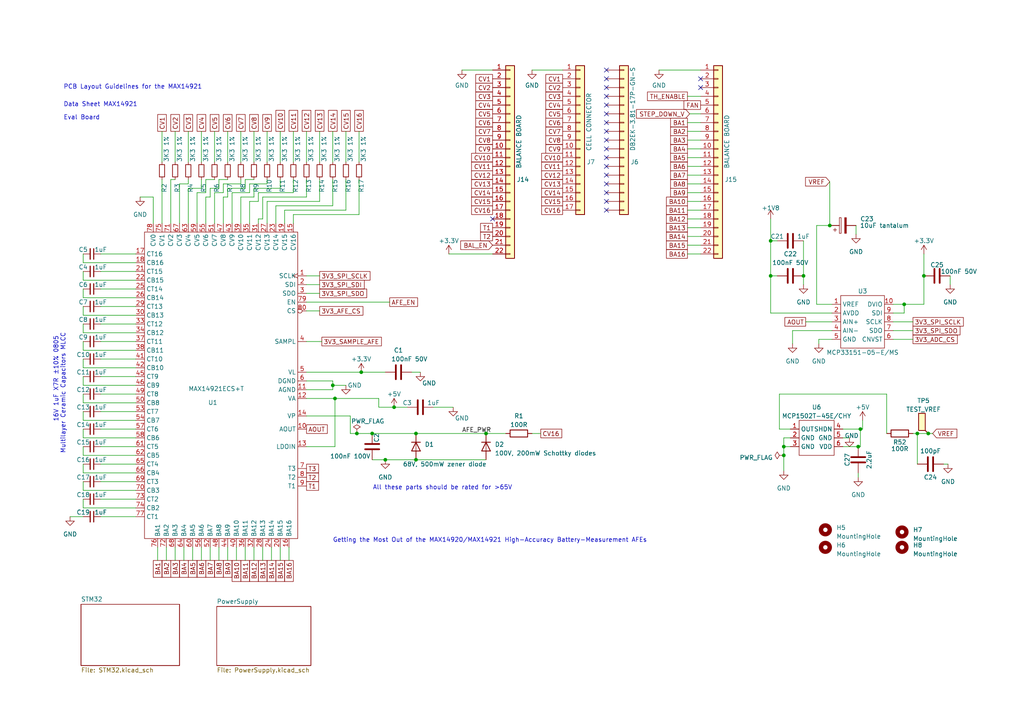
<source format=kicad_sch>
(kicad_sch (version 20230121) (generator eeschema)
  (paper "A4")
  (junction (at 104.775 107.95))
  (junction (at 227.33 129.54))
  (junction (at 223.52 69.85))
  (junction (at 120.65 133.35))
  (junction (at 249.555 124.46))
  (junction (at 240.665 65.405))
  (junction (at 97.155 115.57))
  (junction (at 266.065 125.73))
  (junction (at 103.505 125.73))
  (junction (at 248.92 129.54))
  (junction (at 140.97 125.73))
  (junction (at 267.97 80.01))
  (junction (at 107.95 125.73))
  (junction (at 111.76 133.35))
  (junction (at 233.045 80.01))
  (junction (at 227.33 132.08))
  (junction (at 262.255 88.265))
  (junction (at 114.3 118.11))
  (junction (at 223.52 80.01))
  (junction (at 120.65 125.73))
  (junction (at 269.24 125.73))
  (junction (at 96.52 111.76))
  (no_connect (at 175.895 30.48))
  (no_connect (at 203.2 25.4))
  (no_connect (at 175.895 33.02))
  (no_connect (at 175.895 50.8))
  (no_connect (at 175.895 40.64))
  (no_connect (at 175.895 53.34))
  (no_connect (at 175.895 35.56))
  (no_connect (at 175.895 55.88))
  (no_connect (at 175.895 58.42))
  (no_connect (at 175.895 27.94))
  (no_connect (at 175.895 20.32))
  (no_connect (at 175.895 60.96))
  (no_connect (at 175.895 25.4))
  (no_connect (at 175.895 22.86))
  (no_connect (at 142.875 63.5))
  (no_connect (at 203.2 22.86))
  (no_connect (at 175.895 48.26))
  (no_connect (at 175.895 45.72))
  (no_connect (at 175.895 38.1))
  (no_connect (at 175.895 43.18))
  (wire (pts (xy 223.52 90.805) (xy 241.3 90.805)))
  (wire (pts (xy 88.9 107.95) (xy 104.775 107.95)))
  (wire (pts (xy 76.2 158.75) (xy 76.2 162.56)))
  (wire (pts (xy 48.26 158.75) (xy 48.26 162.56)))
  (wire (pts (xy 24.13 144.78) (xy 24.13 147.32)))
  (wire (pts (xy 248.92 137.16) (xy 248.92 138.43)))
  (wire (pts (xy 267.97 73.66) (xy 267.97 80.01)))
  (wire (pts (xy 29.21 73.66) (xy 39.37 73.66)))
  (wire (pts (xy 203.2 40.64) (xy 199.39 40.64)))
  (wire (pts (xy 29.21 93.98) (xy 39.37 93.98)))
  (wire (pts (xy 64.77 57.15) (xy 66.04 57.15)))
  (wire (pts (xy 227.33 129.54) (xy 227.33 127)))
  (wire (pts (xy 66.04 54.61) (xy 71.12 54.61)))
  (wire (pts (xy 200.025 33.02) (xy 203.2 33.02)))
  (wire (pts (xy 203.2 73.66) (xy 199.39 73.66)))
  (wire (pts (xy 74.93 64.77) (xy 74.93 63.5)))
  (wire (pts (xy 241.3 98.425) (xy 237.49 98.425)))
  (wire (pts (xy 203.2 55.88) (xy 199.39 55.88)))
  (wire (pts (xy 24.13 114.3) (xy 24.13 116.84)))
  (wire (pts (xy 259.08 93.345) (xy 264.795 93.345)))
  (wire (pts (xy 203.2 63.5) (xy 199.39 63.5)))
  (wire (pts (xy 227.33 132.08) (xy 227.33 136.525)))
  (wire (pts (xy 77.47 58.42) (xy 77.47 64.77)))
  (wire (pts (xy 237.49 98.425) (xy 237.49 99.695)))
  (wire (pts (xy 24.13 106.68) (xy 39.37 106.68)))
  (wire (pts (xy 29.21 139.7) (xy 39.37 139.7)))
  (wire (pts (xy 262.255 88.265) (xy 267.97 88.265)))
  (wire (pts (xy 100.33 52.07) (xy 100.33 60.96)))
  (wire (pts (xy 154.305 125.73) (xy 156.845 125.73)))
  (wire (pts (xy 88.9 82.55) (xy 92.71 82.55)))
  (wire (pts (xy 24.13 99.06) (xy 24.13 101.6)))
  (wire (pts (xy 24.13 76.2) (xy 24.13 73.66)))
  (wire (pts (xy 83.82 158.75) (xy 83.82 162.56)))
  (wire (pts (xy 64.77 55.88) (xy 64.77 53.34)))
  (wire (pts (xy 49.53 52.07) (xy 50.8 52.07)))
  (wire (pts (xy 73.66 54.61) (xy 81.28 54.61)))
  (wire (pts (xy 74.93 63.5) (xy 76.2 63.5)))
  (wire (pts (xy 140.97 125.73) (xy 146.685 125.73)))
  (wire (pts (xy 76.2 57.15) (xy 76.2 63.5)))
  (wire (pts (xy 203.2 43.18) (xy 199.39 43.18)))
  (wire (pts (xy 66.04 158.75) (xy 66.04 162.56)))
  (wire (pts (xy 203.2 38.1) (xy 199.39 38.1)))
  (wire (pts (xy 80.01 59.69) (xy 96.52 59.69)))
  (wire (pts (xy 24.13 96.52) (xy 24.13 93.98)))
  (wire (pts (xy 226.06 114.3) (xy 226.06 124.46)))
  (wire (pts (xy 29.21 78.74) (xy 39.37 78.74)))
  (wire (pts (xy 133.985 20.32) (xy 142.875 20.32)))
  (wire (pts (xy 60.96 57.15) (xy 59.69 57.15)))
  (wire (pts (xy 20.32 149.86) (xy 24.13 149.86)))
  (wire (pts (xy 54.61 38.1) (xy 54.61 46.99)))
  (wire (pts (xy 88.9 80.01) (xy 92.71 80.01)))
  (wire (pts (xy 203.2 45.72) (xy 199.39 45.72)))
  (wire (pts (xy 64.77 57.15) (xy 64.77 64.77)))
  (wire (pts (xy 85.09 64.77) (xy 85.09 62.23)))
  (wire (pts (xy 226.06 124.46) (xy 229.235 124.46)))
  (wire (pts (xy 114.3 118.11) (xy 118.11 118.11)))
  (wire (pts (xy 24.13 124.46) (xy 24.13 127)))
  (wire (pts (xy 227.33 132.08) (xy 227.33 129.54)))
  (wire (pts (xy 236.855 88.265) (xy 236.855 65.405)))
  (wire (pts (xy 24.13 119.38) (xy 24.13 121.92)))
  (wire (pts (xy 64.77 53.34) (xy 69.85 53.34)))
  (wire (pts (xy 97.155 115.57) (xy 97.155 129.54)))
  (wire (pts (xy 275.59 80.01) (xy 275.59 82.55)))
  (wire (pts (xy 57.15 55.88) (xy 57.15 64.77)))
  (wire (pts (xy 88.9 129.54) (xy 97.155 129.54)))
  (wire (pts (xy 29.21 88.9) (xy 39.37 88.9)))
  (wire (pts (xy 203.2 50.8) (xy 199.39 50.8)))
  (wire (pts (xy 74.93 55.88) (xy 85.09 55.88)))
  (wire (pts (xy 120.65 133.35) (xy 140.97 133.35)))
  (wire (pts (xy 73.66 57.15) (xy 73.66 54.61)))
  (wire (pts (xy 62.23 55.88) (xy 64.77 55.88)))
  (wire (pts (xy 203.2 58.42) (xy 199.39 58.42)))
  (wire (pts (xy 88.9 110.49) (xy 96.52 110.49)))
  (wire (pts (xy 72.39 58.42) (xy 72.39 64.77)))
  (wire (pts (xy 199.39 27.94) (xy 203.2 27.94)))
  (wire (pts (xy 107.95 133.35) (xy 111.76 133.35)))
  (wire (pts (xy 227.33 129.54) (xy 229.235 129.54)))
  (wire (pts (xy 45.72 158.75) (xy 45.72 162.56)))
  (wire (pts (xy 244.475 129.54) (xy 248.92 129.54)))
  (wire (pts (xy 24.13 101.6) (xy 39.37 101.6)))
  (wire (pts (xy 50.8 38.1) (xy 50.8 46.99)))
  (wire (pts (xy 29.21 109.22) (xy 39.37 109.22)))
  (wire (pts (xy 203.2 66.04) (xy 199.39 66.04)))
  (wire (pts (xy 249.555 129.54) (xy 249.555 124.46)))
  (wire (pts (xy 130.175 73.66) (xy 142.875 73.66)))
  (wire (pts (xy 100.33 60.96) (xy 82.55 60.96)))
  (wire (pts (xy 63.5 158.75) (xy 63.5 162.56)))
  (wire (pts (xy 78.74 158.75) (xy 78.74 162.56)))
  (wire (pts (xy 62.23 55.88) (xy 62.23 64.77)))
  (wire (pts (xy 248.285 65.405) (xy 248.285 67.945)))
  (wire (pts (xy 63.5 54.61) (xy 60.96 54.61)))
  (wire (pts (xy 88.9 115.57) (xy 97.155 115.57)))
  (wire (pts (xy 24.13 134.62) (xy 24.13 137.16)))
  (wire (pts (xy 223.52 69.85) (xy 223.52 80.01)))
  (wire (pts (xy 46.99 38.1) (xy 46.99 46.99)))
  (wire (pts (xy 248.92 129.54) (xy 249.555 129.54)))
  (wire (pts (xy 233.045 80.01) (xy 233.045 82.55)))
  (wire (pts (xy 71.12 54.61) (xy 71.12 52.07)))
  (wire (pts (xy 24.13 137.16) (xy 39.37 137.16)))
  (wire (pts (xy 50.8 158.75) (xy 50.8 162.56)))
  (wire (pts (xy 119.38 107.95) (xy 121.92 107.95)))
  (wire (pts (xy 71.12 158.75) (xy 71.12 162.56)))
  (wire (pts (xy 80.01 64.77) (xy 80.01 59.69)))
  (wire (pts (xy 77.47 58.42) (xy 92.71 58.42)))
  (wire (pts (xy 73.66 158.75) (xy 73.66 162.56)))
  (wire (pts (xy 203.2 53.34) (xy 199.39 53.34)))
  (wire (pts (xy 24.13 121.92) (xy 39.37 121.92)))
  (wire (pts (xy 29.21 134.62) (xy 39.37 134.62)))
  (wire (pts (xy 55.88 158.75) (xy 55.88 162.56)))
  (wire (pts (xy 262.255 88.265) (xy 262.255 90.805)))
  (wire (pts (xy 259.08 88.265) (xy 262.255 88.265)))
  (wire (pts (xy 259.08 95.885) (xy 264.795 95.885)))
  (wire (pts (xy 24.13 109.22) (xy 24.13 111.76)))
  (wire (pts (xy 54.61 54.61) (xy 58.42 54.61)))
  (wire (pts (xy 264.795 125.73) (xy 266.065 125.73)))
  (wire (pts (xy 229.87 95.885) (xy 229.87 99.695)))
  (wire (pts (xy 59.69 52.07) (xy 62.23 52.07)))
  (wire (pts (xy 85.09 62.23) (xy 104.14 62.23)))
  (wire (pts (xy 29.21 124.46) (xy 39.37 124.46)))
  (wire (pts (xy 96.52 111.76) (xy 100.33 111.76)))
  (wire (pts (xy 46.99 52.07) (xy 46.99 64.77)))
  (wire (pts (xy 29.21 129.54) (xy 39.37 129.54)))
  (wire (pts (xy 29.21 83.82) (xy 39.37 83.82)))
  (wire (pts (xy 24.13 81.28) (xy 39.37 81.28)))
  (wire (pts (xy 88.9 38.1) (xy 88.9 46.99)))
  (wire (pts (xy 250.19 124.46) (xy 250.19 121.92)))
  (wire (pts (xy 24.13 129.54) (xy 24.13 132.08)))
  (wire (pts (xy 81.28 158.75) (xy 81.28 162.56)))
  (wire (pts (xy 77.47 38.1) (xy 77.47 46.99)))
  (wire (pts (xy 107.95 125.73) (xy 120.65 125.73)))
  (wire (pts (xy 77.47 53.34) (xy 77.47 52.07)))
  (wire (pts (xy 24.13 78.74) (xy 24.13 81.28)))
  (wire (pts (xy 69.85 57.15) (xy 69.85 64.77)))
  (wire (pts (xy 88.9 85.09) (xy 92.71 85.09)))
  (wire (pts (xy 233.68 93.345) (xy 241.3 93.345)))
  (wire (pts (xy 203.2 68.58) (xy 199.39 68.58)))
  (wire (pts (xy 62.23 38.1) (xy 62.23 46.99)))
  (wire (pts (xy 60.96 158.75) (xy 60.96 162.56)))
  (wire (pts (xy 52.07 53.34) (xy 52.07 64.77)))
  (wire (pts (xy 203.2 48.26) (xy 199.39 48.26)))
  (wire (pts (xy 24.13 142.24) (xy 39.37 142.24)))
  (wire (pts (xy 29.21 99.06) (xy 39.37 99.06)))
  (wire (pts (xy 54.61 53.34) (xy 54.61 52.07)))
  (wire (pts (xy 81.28 54.61) (xy 81.28 52.07)))
  (wire (pts (xy 88.9 57.15) (xy 88.9 52.07)))
  (wire (pts (xy 40.64 57.15) (xy 44.45 57.15)))
  (wire (pts (xy 101.6 125.73) (xy 101.6 120.65)))
  (wire (pts (xy 60.96 54.61) (xy 60.96 57.15)))
  (wire (pts (xy 96.52 52.07) (xy 96.52 59.69)))
  (wire (pts (xy 88.9 113.03) (xy 96.52 113.03)))
  (wire (pts (xy 72.39 55.88) (xy 72.39 53.34)))
  (wire (pts (xy 227.33 127) (xy 229.235 127)))
  (wire (pts (xy 81.28 38.1) (xy 81.28 46.99)))
  (wire (pts (xy 68.58 158.75) (xy 68.58 162.56)))
  (wire (pts (xy 101.6 120.65) (xy 88.9 120.65)))
  (wire (pts (xy 39.37 76.2) (xy 24.13 76.2)))
  (wire (pts (xy 24.13 147.32) (xy 39.37 147.32)))
  (wire (pts (xy 67.31 55.88) (xy 72.39 55.88)))
  (wire (pts (xy 59.69 55.88) (xy 59.69 52.07)))
  (wire (pts (xy 104.14 38.1) (xy 104.14 46.99)))
  (wire (pts (xy 24.13 111.76) (xy 39.37 111.76)))
  (wire (pts (xy 76.2 57.15) (xy 88.9 57.15)))
  (wire (pts (xy 58.42 38.1) (xy 58.42 46.99)))
  (wire (pts (xy 191.135 20.32) (xy 203.2 20.32)))
  (wire (pts (xy 103.505 125.73) (xy 107.95 125.73)))
  (wire (pts (xy 92.71 38.1) (xy 92.71 46.99)))
  (wire (pts (xy 29.21 119.38) (xy 39.37 119.38)))
  (wire (pts (xy 69.85 38.1) (xy 69.85 46.99)))
  (wire (pts (xy 104.775 107.95) (xy 111.76 107.95)))
  (wire (pts (xy 241.3 88.265) (xy 236.855 88.265)))
  (wire (pts (xy 24.13 83.82) (xy 24.13 86.36)))
  (wire (pts (xy 269.24 125.73) (xy 270.51 125.73)))
  (wire (pts (xy 66.04 52.07) (xy 63.5 52.07)))
  (wire (pts (xy 223.52 63.5) (xy 223.52 69.85)))
  (wire (pts (xy 273.685 134.62) (xy 274.955 134.62)))
  (wire (pts (xy 101.6 125.73) (xy 103.505 125.73)))
  (wire (pts (xy 24.13 104.14) (xy 24.13 106.68)))
  (wire (pts (xy 96.52 113.03) (xy 96.52 111.76)))
  (wire (pts (xy 236.855 65.405) (xy 240.665 65.405)))
  (wire (pts (xy 266.065 125.73) (xy 266.065 134.62)))
  (wire (pts (xy 24.13 91.44) (xy 39.37 91.44)))
  (wire (pts (xy 233.045 69.85) (xy 233.045 80.01)))
  (wire (pts (xy 125.73 118.11) (xy 131.445 118.11)))
  (wire (pts (xy 120.65 125.73) (xy 140.97 125.73)))
  (wire (pts (xy 223.52 80.01) (xy 225.425 80.01)))
  (wire (pts (xy 267.97 80.01) (xy 267.97 88.265)))
  (wire (pts (xy 88.9 90.17) (xy 92.71 90.17)))
  (wire (pts (xy 71.12 52.07) (xy 73.66 52.07)))
  (wire (pts (xy 69.85 53.34) (xy 69.85 52.07)))
  (wire (pts (xy 73.66 38.1) (xy 73.66 46.99)))
  (wire (pts (xy 58.42 54.61) (xy 58.42 52.07)))
  (wire (pts (xy 259.08 98.425) (xy 264.795 98.425)))
  (wire (pts (xy 72.39 58.42) (xy 74.93 58.42)))
  (wire (pts (xy 66.04 57.15) (xy 66.04 54.61)))
  (wire (pts (xy 29.21 144.78) (xy 39.37 144.78)))
  (wire (pts (xy 109.855 118.11) (xy 114.3 118.11)))
  (wire (pts (xy 59.69 57.15) (xy 59.69 64.77)))
  (wire (pts (xy 57.15 55.88) (xy 59.69 55.88)))
  (wire (pts (xy 82.55 60.96) (xy 82.55 64.77)))
  (wire (pts (xy 223.52 80.01) (xy 223.52 90.805)))
  (wire (pts (xy 66.04 38.1) (xy 66.04 46.99)))
  (wire (pts (xy 29.21 104.14) (xy 39.37 104.14)))
  (wire (pts (xy 63.5 52.07) (xy 63.5 54.61)))
  (wire (pts (xy 259.08 90.805) (xy 262.255 90.805)))
  (wire (pts (xy 24.13 127) (xy 39.37 127)))
  (wire (pts (xy 54.61 54.61) (xy 54.61 64.77)))
  (wire (pts (xy 58.42 158.75) (xy 58.42 162.56)))
  (wire (pts (xy 104.14 52.07) (xy 104.14 62.23)))
  (wire (pts (xy 69.85 57.15) (xy 73.66 57.15)))
  (wire (pts (xy 257.175 114.3) (xy 226.06 114.3)))
  (wire (pts (xy 203.2 35.56) (xy 199.39 35.56)))
  (wire (pts (xy 72.39 53.34) (xy 77.47 53.34)))
  (wire (pts (xy 53.34 158.75) (xy 53.34 162.56)))
  (wire (pts (xy 154.305 20.32) (xy 163.195 20.32)))
  (wire (pts (xy 240.665 52.705) (xy 240.665 65.405)))
  (wire (pts (xy 24.13 116.84) (xy 39.37 116.84)))
  (wire (pts (xy 49.53 52.07) (xy 49.53 64.77)))
  (wire (pts (xy 223.52 69.85) (xy 225.425 69.85)))
  (wire (pts (xy 85.09 55.88) (xy 85.09 52.07)))
  (wire (pts (xy 24.13 132.08) (xy 39.37 132.08)))
  (wire (pts (xy 109.855 115.57) (xy 109.855 118.11)))
  (wire (pts (xy 67.31 55.88) (xy 67.31 64.77)))
  (wire (pts (xy 29.21 114.3) (xy 39.37 114.3)))
  (wire (pts (xy 244.475 124.46) (xy 249.555 124.46)))
  (wire (pts (xy 96.52 38.1) (xy 96.52 46.99)))
  (wire (pts (xy 203.2 71.12) (xy 199.39 71.12)))
  (wire (pts (xy 257.175 125.73) (xy 257.175 114.3)))
  (wire (pts (xy 250.19 124.46) (xy 249.555 124.46)))
  (wire (pts (xy 39.37 96.52) (xy 24.13 96.52)))
  (wire (pts (xy 97.155 115.57) (xy 109.855 115.57)))
  (wire (pts (xy 85.09 38.1) (xy 85.09 46.99)))
  (wire (pts (xy 24.13 86.36) (xy 39.37 86.36)))
  (wire (pts (xy 266.065 125.73) (xy 269.24 125.73)))
  (wire (pts (xy 241.3 95.885) (xy 229.87 95.885)))
  (wire (pts (xy 111.76 133.35) (xy 120.65 133.35)))
  (wire (pts (xy 52.07 53.34) (xy 54.61 53.34)))
  (wire (pts (xy 100.33 38.1) (xy 100.33 46.99)))
  (wire (pts (xy 88.9 99.06) (xy 93.345 99.06)))
  (wire (pts (xy 29.21 149.86) (xy 39.37 149.86)))
  (wire (pts (xy 92.71 58.42) (xy 92.71 52.07)))
  (wire (pts (xy 96.52 111.76) (xy 96.52 110.49)))
  (wire (pts (xy 244.475 127) (xy 246.38 127)))
  (wire (pts (xy 88.9 87.63) (xy 113.03 87.63)))
  (wire (pts (xy 24.13 88.9) (xy 24.13 91.44)))
  (wire (pts (xy 203.2 60.96) (xy 199.39 60.96)))
  (wire (pts (xy 24.13 139.7) (xy 24.13 142.24)))
  (wire (pts (xy 74.93 58.42) (xy 74.93 55.88)))
  (wire (pts (xy 44.45 57.15) (xy 44.45 64.77)))
  (text "All these parts should be rated for >65V" (at 148.59 142.24 0) (effects (font (size 1.27 1.27)) (justify right bottom)))
  (text "Getting the Most Out of the MAX14920/MAX14921 High-Accuracy Battery-Measurement AFEs" (at 96.52 157.48 0) (effects (font (size 1.27 1.27)) (justify left bottom)))
  (text "Eval Board" (at 18.415 34.925 0) (effects (font (size 1.27 1.27)) (justify left bottom)))
  (text "16V 1uF X7R ±10% 0805 \nMultilayer Ceramic Capacitors MLCC\n" (at 19.05 96.52 90) (effects (font (size 1.27 1.27)) (justify right bottom)))
  (text "Data Sheet MAX14921" (at 18.415 31.115 0) (effects (font (size 1.27 1.27)) (justify left bottom)))
  (text "PCB Layout Guidelines for the MAX14921" (at 18.415 26.035 0) (effects (font (size 1.27 1.27)) (justify left bottom)))
  (label "AFE_PWR" (at 133.985 125.73 0))
  (global_label "3V3_SPI_SDI" (shape passive) (at 92.71 82.55 0) (property "Intersheetrefs" "${INTERSHEET_REFS}" (effects hide)))
  (global_label "BA13" (shape passive) (at 199.39 66.04 180) (property "Intersheetrefs" "${INTERSHEET_REFS}" (effects hide)))
  (global_label "CV1" (shape passive) (at 46.99 38.1 90) (property "Intersheetrefs" "${INTERSHEET_REFS}" (effects hide)))
  (global_label "BA13" (shape passive) (at 76.2 162.56 270) (property "Intersheetrefs" "${INTERSHEET_REFS}" (effects hide)))
  (global_label "BA10" (shape passive) (at 68.58 162.56 270) (property "Intersheetrefs" "${INTERSHEET_REFS}" (effects hide)))
  (global_label "CV5" (shape passive) (at 62.23 38.1 90) (property "Intersheetrefs" "${INTERSHEET_REFS}" (effects hide)))
  (global_label "T2" (shape passive) (at 142.875 68.58 180) (property "Intersheetrefs" "${INTERSHEET_REFS}" (effects hide)))
  (global_label "CV4" (shape passive) (at 163.195 30.48 180) (property "Intersheetrefs" "${INTERSHEET_REFS}" (effects hide)))
  (global_label "3V3_SPI_SCLK" (shape passive) (at 264.795 93.345 0) (property "Intersheetrefs" "${INTERSHEET_REFS}" (effects hide)))
  (global_label "BA8" (shape passive) (at 63.5 162.56 270) (property "Intersheetrefs" "${INTERSHEET_REFS}" (effects hide)))
  (global_label "CV2" (shape passive) (at 142.875 25.4 180) (property "Intersheetrefs" "${INTERSHEET_REFS}" (effects hide)))
  (global_label "CV7" (shape passive) (at 69.85 38.1 90) (property "Intersheetrefs" "${INTERSHEET_REFS}" (effects hide)))
  (global_label "CV11" (shape passive) (at 142.875 48.26 180) (property "Intersheetrefs" "${INTERSHEET_REFS}" (effects hide)))
  (global_label "BA9" (shape passive) (at 66.04 162.56 270) (property "Intersheetrefs" "${INTERSHEET_REFS}" (effects hide)))
  (global_label "CV2" (shape passive) (at 163.195 25.4 180) (property "Intersheetrefs" "${INTERSHEET_REFS}" (effects hide)))
  (global_label "BA14" (shape passive) (at 199.39 68.58 180) (property "Intersheetrefs" "${INTERSHEET_REFS}" (effects hide)))
  (global_label "BA15" (shape passive) (at 81.28 162.56 270) (property "Intersheetrefs" "${INTERSHEET_REFS}" (effects hide)))
  (global_label "CV9" (shape passive) (at 77.47 38.1 90) (property "Intersheetrefs" "${INTERSHEET_REFS}" (effects hide)))
  (global_label "CV15" (shape passive) (at 163.195 58.42 180) (property "Intersheetrefs" "${INTERSHEET_REFS}" (effects hide)))
  (global_label "TH_ENABLE" (shape passive) (at 199.39 27.94 180) (property "Intersheetrefs" "${INTERSHEET_REFS}" (effects hide)))
  (global_label "CV7" (shape passive) (at 142.875 38.1 180) (property "Intersheetrefs" "${INTERSHEET_REFS}" (effects hide)))
  (global_label "CV10" (shape passive) (at 81.28 38.1 90) (property "Intersheetrefs" "${INTERSHEET_REFS}" (effects hide)))
  (global_label "BA12" (shape passive) (at 73.66 162.56 270) (property "Intersheetrefs" "${INTERSHEET_REFS}" (effects hide)))
  (global_label "AFE_EN" (shape passive) (at 113.03 87.63 0) (property "Intersheetrefs" "${INTERSHEET_REFS}" (effects hide)))
  (global_label "T1" (shape passive) (at 88.9 140.97 0) (property "Intersheetrefs" "${INTERSHEET_REFS}" (effects hide)))
  (global_label "CV12" (shape passive) (at 163.195 50.8 180) (property "Intersheetrefs" "${INTERSHEET_REFS}" (effects hide)))
  (global_label "BA1" (shape passive) (at 45.72 162.56 270) (property "Intersheetrefs" "${INTERSHEET_REFS}" (effects hide)))
  (global_label "CV10" (shape passive) (at 163.195 45.72 180) (property "Intersheetrefs" "${INTERSHEET_REFS}" (effects hide)))
  (global_label "3V3_AFE_CS" (shape passive) (at 92.71 90.17 0) (property "Intersheetrefs" "${INTERSHEET_REFS}" (effects hide)))
  (global_label "CV5" (shape passive) (at 142.875 33.02 180) (property "Intersheetrefs" "${INTERSHEET_REFS}" (effects hide)))
  (global_label "VREF" (shape input) (at 270.51 125.73 0) (property "Intersheetrefs" "${INTERSHEET_REFS}" (effects hide)))
  (global_label "CV6" (shape passive) (at 142.875 35.56 180) (property "Intersheetrefs" "${INTERSHEET_REFS}" (effects hide)))
  (global_label "CV3" (shape passive) (at 163.195 27.94 180) (property "Intersheetrefs" "${INTERSHEET_REFS}" (effects hide)))
  (global_label "CV6" (shape passive) (at 163.195 35.56 180) (property "Intersheetrefs" "${INTERSHEET_REFS}" (effects hide)))
  (global_label "BA16" (shape passive) (at 83.82 162.56 270) (property "Intersheetrefs" "${INTERSHEET_REFS}" (effects hide)))
  (global_label "CV11" (shape passive) (at 163.195 48.26 180) (property "Intersheetrefs" "${INTERSHEET_REFS}" (effects hide)))
  (global_label "BA9" (shape passive) (at 199.39 55.88 180) (property "Intersheetrefs" "${INTERSHEET_REFS}" (effects hide)))
  (global_label "BA12" (shape passive) (at 199.39 63.5 180) (property "Intersheetrefs" "${INTERSHEET_REFS}" (effects hide)))
  (global_label "BA5" (shape passive) (at 55.88 162.56 270) (property "Intersheetrefs" "${INTERSHEET_REFS}" (effects hide)))
  (global_label "T3" (shape passive) (at 88.9 135.89 0) (property "Intersheetrefs" "${INTERSHEET_REFS}" (effects hide)))
  (global_label "CV13" (shape passive) (at 163.195 53.34 180) (property "Intersheetrefs" "${INTERSHEET_REFS}" (effects hide)))
  (global_label "CV16" (shape passive) (at 163.195 60.96 180) (property "Intersheetrefs" "${INTERSHEET_REFS}" (effects hide)))
  (global_label "CV4" (shape passive) (at 58.42 38.1 90) (property "Intersheetrefs" "${INTERSHEET_REFS}" (effects hide)))
  (global_label "BA4" (shape passive) (at 53.34 162.56 270) (property "Intersheetrefs" "${INTERSHEET_REFS}" (effects hide)))
  (global_label "CV16" (shape passive) (at 104.14 38.1 90) (property "Intersheetrefs" "${INTERSHEET_REFS}" (effects hide)))
  (global_label "3V3_SPI_SDO" (shape passive) (at 264.795 95.885 0) (property "Intersheetrefs" "${INTERSHEET_REFS}" (effects hide)))
  (global_label "CV8" (shape passive) (at 163.195 40.64 180) (property "Intersheetrefs" "${INTERSHEET_REFS}" (effects hide)))
  (global_label "STEP_DOWN_V" (shape input) (at 200.025 33.02 180) (property "Intersheetrefs" "${INTERSHEET_REFS}" (effects hide)))
  (global_label "CV13" (shape passive) (at 142.875 53.34 180) (property "Intersheetrefs" "${INTERSHEET_REFS}" (effects hide)))
  (global_label "BA6" (shape passive) (at 199.39 48.26 180) (property "Intersheetrefs" "${INTERSHEET_REFS}" (effects hide)))
  (global_label "AOUT" (shape passive) (at 88.9 124.46 0) (property "Intersheetrefs" "${INTERSHEET_REFS}" (effects hide)))
  (global_label "CV1" (shape passive) (at 163.195 22.86 180) (property "Intersheetrefs" "${INTERSHEET_REFS}" (effects hide)))
  (global_label "3V3_SAMPLE_AFE" (shape passive) (at 93.345 99.06 0) (property "Intersheetrefs" "${INTERSHEET_REFS}" (effects hide)))
  (global_label "CV15" (shape passive) (at 100.33 38.1 90) (property "Intersheetrefs" "${INTERSHEET_REFS}" (effects hide)))
  (global_label "BA7" (shape passive) (at 199.39 50.8 180) (property "Intersheetrefs" "${INTERSHEET_REFS}" (effects hide)))
  (global_label "CV4" (shape passive) (at 142.875 30.48 180) (property "Intersheetrefs" "${INTERSHEET_REFS}" (effects hide)))
  (global_label "CV3" (shape passive) (at 142.875 27.94 180) (property "Intersheetrefs" "${INTERSHEET_REFS}" (effects hide)))
  (global_label "CV12" (shape passive) (at 88.9 38.1 90) (property "Intersheetrefs" "${INTERSHEET_REFS}" (effects hide)))
  (global_label "BA15" (shape passive) (at 199.39 71.12 180) (property "Intersheetrefs" "${INTERSHEET_REFS}" (effects hide)))
  (global_label "CV2" (shape passive) (at 50.8 38.1 90) (property "Intersheetrefs" "${INTERSHEET_REFS}" (effects hide)))
  (global_label "BA14" (shape passive) (at 78.74 162.56 270) (property "Intersheetrefs" "${INTERSHEET_REFS}" (effects hide)))
  (global_label "BA3" (shape passive) (at 199.39 40.64 180) (property "Intersheetrefs" "${INTERSHEET_REFS}" (effects hide)))
  (global_label "CV12" (shape passive) (at 142.875 50.8 180) (property "Intersheetrefs" "${INTERSHEET_REFS}" (effects hide)))
  (global_label "VREF" (shape input) (at 240.665 52.705 180) (property "Intersheetrefs" "${INTERSHEET_REFS}" (effects hide)))
  (global_label "BA11" (shape passive) (at 71.12 162.56 270) (property "Intersheetrefs" "${INTERSHEET_REFS}" (effects hide)))
  (global_label "T1" (shape passive) (at 142.875 66.04 180) (property "Intersheetrefs" "${INTERSHEET_REFS}" (effects hide)))
  (global_label "BA7" (shape passive) (at 60.96 162.56 270) (property "Intersheetrefs" "${INTERSHEET_REFS}" (effects hide)))
  (global_label "3V3_SPI_SCLK" (shape passive) (at 92.71 80.01 0) (property "Intersheetrefs" "${INTERSHEET_REFS}" (effects hide)))
  (global_label "BA4" (shape passive) (at 199.39 43.18 180) (property "Intersheetrefs" "${INTERSHEET_REFS}" (effects hide)))
  (global_label "CV8" (shape passive) (at 142.875 40.64 180) (property "Intersheetrefs" "${INTERSHEET_REFS}" (effects hide)))
  (global_label "CV9" (shape passive) (at 142.875 43.18 180) (property "Intersheetrefs" "${INTERSHEET_REFS}" (effects hide)))
  (global_label "BAL_EN" (shape input) (at 142.875 71.12 180) (property "Intersheetrefs" "${INTERSHEET_REFS}" (effects hide)))
  (global_label "CV16" (shape passive) (at 142.875 60.96 180) (property "Intersheetrefs" "${INTERSHEET_REFS}" (effects hide)))
  (global_label "CV5" (shape passive) (at 163.195 33.02 180) (property "Intersheetrefs" "${INTERSHEET_REFS}" (effects hide)))
  (global_label "CV9" (shape passive) (at 163.195 43.18 180) (property "Intersheetrefs" "${INTERSHEET_REFS}" (effects hide)))
  (global_label "CV14" (shape passive) (at 163.195 55.88 180) (property "Intersheetrefs" "${INTERSHEET_REFS}" (effects hide)))
  (global_label "T2" (shape passive) (at 88.9 138.43 0) (property "Intersheetrefs" "${INTERSHEET_REFS}" (effects hide)))
  (global_label "BA8" (shape passive) (at 199.39 53.34 180) (property "Intersheetrefs" "${INTERSHEET_REFS}" (effects hide)))
  (global_label "CV14" (shape passive) (at 96.52 38.1 90) (property "Intersheetrefs" "${INTERSHEET_REFS}" (effects hide)))
  (global_label "BA5" (shape passive) (at 199.39 45.72 180) (property "Intersheetrefs" "${INTERSHEET_REFS}" (effects hide)))
  (global_label "3V3_SPI_SDO" (shape passive) (at 92.71 85.09 0) (property "Intersheetrefs" "${INTERSHEET_REFS}" (effects hide)))
  (global_label "CV16" (shape passive) (at 156.845 125.73 0) (property "Intersheetrefs" "${INTERSHEET_REFS}" (effects hide)))
  (global_label "CV10" (shape passive) (at 142.875 45.72 180) (property "Intersheetrefs" "${INTERSHEET_REFS}" (effects hide)))
  (global_label "CV13" (shape passive) (at 92.71 38.1 90) (property "Intersheetrefs" "${INTERSHEET_REFS}" (effects hide)))
  (global_label "FAN" (shape passive) (at 203.2 30.48 180) (property "Intersheetrefs" "${INTERSHEET_REFS}" (effects hide)))
  (global_label "BA1" (shape passive) (at 199.39 35.56 180) (property "Intersheetrefs" "${INTERSHEET_REFS}" (effects hide)))
  (global_label "CV6" (shape passive) (at 66.04 38.1 90) (property "Intersheetrefs" "${INTERSHEET_REFS}" (effects hide)))
  (global_label "BA10" (shape passive) (at 199.39 58.42 180) (property "Intersheetrefs" "${INTERSHEET_REFS}" (effects hide)))
  (global_label "CV3" (shape passive) (at 54.61 38.1 90) (property "Intersheetrefs" "${INTERSHEET_REFS}" (effects hide)))
  (global_label "BA3" (shape passive) (at 50.8 162.56 270) (property "Intersheetrefs" "${INTERSHEET_REFS}" (effects hide)))
  (global_label "CV8" (shape passive) (at 73.66 38.1 90) (property "Intersheetrefs" "${INTERSHEET_REFS}" (effects hide)))
  (global_label "CV14" (shape passive) (at 142.875 55.88 180) (property "Intersheetrefs" "${INTERSHEET_REFS}" (effects hide)))
  (global_label "BA11" (shape passive) (at 199.39 60.96 180) (property "Intersheetrefs" "${INTERSHEET_REFS}" (effects hide)))
  (global_label "BA6" (shape passive) (at 58.42 162.56 270) (property "Intersheetrefs" "${INTERSHEET_REFS}" (effects hide)))
  (global_label "3V3_ADC_CS" (shape passive) (at 264.795 98.425 0) (property "Intersheetrefs" "${INTERSHEET_REFS}" (effects hide)))
  (global_label "AOUT" (shape passive) (at 233.68 93.345 180) (property "Intersheetrefs" "${INTERSHEET_REFS}" (effects hide)))
  (global_label "CV11" (shape passive) (at 85.09 38.1 90) (property "Intersheetrefs" "${INTERSHEET_REFS}" (effects hide)))
  (global_label "CV15" (shape passive) (at 142.875 58.42 180) (property "Intersheetrefs" "${INTERSHEET_REFS}" (effects hide)))
  (global_label "CV7" (shape passive) (at 163.195 38.1 180) (property "Intersheetrefs" "${INTERSHEET_REFS}" (effects hide)))
  (global_label "BA2" (shape passive) (at 48.26 162.56 270) (property "Intersheetrefs" "${INTERSHEET_REFS}" (effects hide)))
  (global_label "BA2" (shape passive) (at 199.39 38.1 180) (property "Intersheetrefs" "${INTERSHEET_REFS}" (effects hide)))
  (global_label "CV1" (shape passive) (at 142.875 22.86 180) (property "Intersheetrefs" "${INTERSHEET_REFS}" (effects hide)))
  (global_label "BA16" (shape passive) (at 199.39 73.66 180) (property "Intersheetrefs" "${INTERSHEET_REFS}" (effects hide)))
  (symbol (lib_id "Device:C_Small") (at 26.67 73.66 270) (unit 1)
    (property "Reference" "C5" (at 24.13 72.39 90))
    (property "Value" "1uF" (at 29.21 72.39 90))
    (property "Footprint" "Capacitor_SMD:C_0805_2012Metric" (effects hide))
    (property "PartNumber" "CL21B105KBFNNNE" (effects hide))
    (property "LCSCStockCode" "C28323" (effects hide))
  )
  (symbol (lib_id "Device:R_Small") (at 66.04 49.53 180) (unit 1)
    (property "Reference" "R7" (at 66.675 55.88 90) (effects (justify right)))
    (property "Value" "3K3 1%" (at 67.31 46.99 90) (effects (justify right)))
    (property "Footprint" "Resistor_SMD:R_0603_1608Metric" (effects hide))
    (property "PartNumber" "0603WAF3301T5E" (effects hide))
    (property "LCSCStockCode" "C22978" (effects hide))
  )
  (symbol (lib_id "Device:R_Small") (at 100.33 49.53 180) (unit 1)
    (property "Reference" "R16" (at 100.965 55.88 90) (effects (justify right)))
    (property "Value" "3K3 1%" (at 101.6 46.99 90) (effects (justify right)))
    (property "Footprint" "Resistor_SMD:R_0603_1608Metric" (effects hide))
    (property "PartNumber" "0603WAF3301T5E" (effects hide))
    (property "LCSCStockCode" "C22978" (effects hide))
  )
  (symbol (lib_id "Device:R_Small") (at 88.9 49.53 180) (unit 1)
    (property "Reference" "R13" (at 89.535 55.88 90) (effects (justify right)))
    (property "Value" "3K3 1%" (at 90.17 46.99 90) (effects (justify right)))
    (property "Footprint" "Resistor_SMD:R_0603_1608Metric" (effects hide))
    (property "PartNumber" "0603WAF3301T5E" (effects hide))
    (property "LCSCStockCode" "C22978" (effects hide))
  )
  (symbol (lib_id "power:PWR_FLAG") (at 103.505 125.73 0) (unit 1)
    (property "Reference" "#FLG04" (effects hide))
    (property "Value" "PWR_FLAG" (at 106.68 122.174 0))
  )
  (symbol (lib_id "Device:C_Small") (at 26.67 139.7 270) (unit 1)
    (property "Reference" "C17" (at 24.13 138.43 90))
    (property "Value" "1uF" (at 29.21 138.43 90))
    (property "Footprint" "Capacitor_SMD:C_0805_2012Metric" (effects hide))
    (property "PartNumber" "CL21B105KBFNNNE" (effects hide))
    (property "LCSCStockCode" "C28323" (effects hide))
  )
  (symbol (lib_id "Device:C") (at 115.57 107.95 90) (unit 1)
    (property "Reference" "C1" (at 115.57 101.6 90))
    (property "Value" "100nF 50V" (at 118.745 104.14 90))
    (property "Footprint" "Capacitor_SMD:C_0603_1608Metric" (effects hide))
    (property "PartNumber" "CC0603KRX7R9BB104" (effects hide))
    (property "LCSCStockCode" "C14663" (effects hide))
  )
  (symbol (lib_id "Device:C") (at 107.95 129.54 0) (unit 1)
    (property "Reference" "C2" (at 109.22 127 90))
    (property "Value" "100nF 100V" (at 101.6 132.334 0))
    (property "Footprint" "Capacitor_SMD:C_0805_2012Metric" (effects hide))
    (property "PartNumber" "CL21B104KCFNNNE" (effects hide))
    (property "LCSCStockCode" "C28233" (effects hide))
  )
  (symbol (lib_id "Device:R_Small") (at 69.85 49.53 180) (unit 1)
    (property "Reference" "R8" (at 70.485 55.88 90) (effects (justify right)))
    (property "Value" "3K3 1%" (at 71.12 46.99 90) (effects (justify right)))
    (property "Footprint" "Resistor_SMD:R_0603_1608Metric" (effects hide))
    (property "PartNumber" "0603WAF3301T5E" (effects hide))
    (property "LCSCStockCode" "C22978" (effects hide))
  )
  (symbol (lib_id "Connector_Generic:Conn_01x17") (at 168.275 40.64 0) (unit 1)
    (property "Reference" "J7" (at 170.18 46.99 0) (effects (justify left)))
    (property "Value" "CELL CONNECTOR" (at 170.815 43.815 90) (effects (justify left)))
    (property "Footprint" "Ningbo Kangnex Elec:WJ15EDGRC-3.81-17P" (effects hide))
    (property "PartNumber" "DB2ERC-3.81-17P-GN" (effects hide))
    (property "LCSCStockCode" "C430372" (effects hide))
  )
  (symbol (lib_id "power:+3.3V") (at 104.775 107.95 0) (unit 1)
    (property "Reference" "#PWR038" (effects hide))
    (property "Value" "+3.3V" (at 104.775 104.14 0))
  )
  (symbol (lib_id "Device:C_Small") (at 26.67 114.3 270) (unit 1)
    (property "Reference" "C12" (at 24.13 113.03 90))
    (property "Value" "1uF" (at 29.21 113.03 90))
    (property "Footprint" "Capacitor_SMD:C_0805_2012Metric" (effects hide))
    (property "PartNumber" "CL21B105KBFNNNE" (effects hide))
    (property "LCSCStockCode" "C28323" (effects hide))
  )
  (symbol (lib_id "Device:R_Small") (at 54.61 49.53 180) (unit 1)
    (property "Reference" "R4" (at 55.245 55.88 90) (effects (justify right)))
    (property "Value" "3K3 1%" (at 55.88 46.99 90) (effects (justify right)))
    (property "Footprint" "Resistor_SMD:R_0603_1608Metric" (effects hide))
    (property "PartNumber" "0603WAF3301T5E" (effects hide))
    (property "LCSCStockCode" "C22978" (effects hide))
  )
  (symbol (lib_id "Device:C") (at 271.78 80.01 90) (unit 1)
    (property "Reference" "C25" (at 271.78 76.835 90))
    (property "Value" "100nF 50V" (at 278.13 78.74 90))
    (property "Footprint" "Capacitor_SMD:C_0603_1608Metric" (effects hide))
    (property "PartNumber" "CC0603KRX7R9BB104" (effects hide))
    (property "LCSCStockCode" "C14663" (effects hide))
  )
  (symbol (lib_id "Device:R_Small") (at 104.14 49.53 180) (unit 1)
    (property "Reference" "R17" (at 104.775 55.88 90) (effects (justify right)))
    (property "Value" "3K3 1%" (at 105.41 46.99 90) (effects (justify right)))
    (property "Footprint" "Resistor_SMD:R_0603_1608Metric" (effects hide))
    (property "PartNumber" "0603WAF3301T5E" (effects hide))
    (property "LCSCStockCode" "C22978" (effects hide))
  )
  (symbol (lib_id "mcp1502t-45e:MCP1502T-45E") (at 236.855 127 0) (unit 1)
    (property "Reference" "U6" (at 236.855 118.11 0))
    (property "Value" "MCP1502T-45E/CHY" (at 236.855 120.65 0))
    (property "Footprint" "Package_TO_SOT_SMD:SOT-23-6" (effects hide))
    (property "Datasheet" "https://ww1.microchip.com/downloads/aemDocuments/documents/MSLD/ProductDocuments/DataSheets/MCP1502-Data-Sheet-20006593B.pdf" (effects hide))
    (property "PartNumber" "MCP1502T-45E/CHY" (effects hide))
  )
  (symbol (lib_id "Device:C_Small") (at 26.67 88.9 270) (unit 1)
    (property "Reference" "C7" (at 24.13 87.63 90))
    (property "Value" "1uF" (at 29.21 87.63 90))
    (property "Footprint" "Capacitor_SMD:C_0805_2012Metric" (effects hide))
    (property "PartNumber" "CL21B105KBFNNNE" (effects hide))
    (property "LCSCStockCode" "C28323" (effects hide))
  )
  (symbol (lib_id "Device:C") (at 121.92 118.11 90) (unit 1)
    (property "Reference" "C3" (at 118.11 116.84 90))
    (property "Value" "1uF" (at 125.73 116.84 90))
    (property "Footprint" "Capacitor_SMD:C_0805_2012Metric" (effects hide))
    (property "PartNumber" "CL21B105KBFNNNE" (effects hide))
    (property "LCSCStockCode" "C28323" (effects hide))
  )
  (symbol (lib_name "Conn_01x17_1") (lib_id "Connector_Generic:Conn_01x17") (at 180.975 40.64 0) (unit 1) (on_board no)
    (property "Reference" "J6" (at 182.88 46.99 0) (effects (justify left)))
    (property "Value" "DB2EK-3.81-17P-GN-S" (at 183.515 43.815 90) (effects (justify left)))
    (property "PartNumber" "DB2EK-3.81-17P-GN-S" (effects hide))
    (property "Sim.Enable" "0" (effects hide))
    (property "LCSCStockCode" "C430370" (effects hide))
  )
  (symbol (lib_id "power:GND") (at 237.49 99.695 0) (unit 1)
    (property "Reference" "#PWR016" (effects hide))
    (property "Value" "GND" (at 237.49 104.775 0))
  )
  (symbol (lib_id "Device:R_Small") (at 73.66 49.53 180) (unit 1)
    (property "Reference" "R9" (at 74.295 55.88 90) (effects (justify right)))
    (property "Value" "3K3 1%" (at 74.93 46.99 90) (effects (justify right)))
    (property "Footprint" "Resistor_SMD:R_0603_1608Metric" (effects hide))
    (property "PartNumber" "0603WAF3301T5E" (effects hide))
    (property "LCSCStockCode" "C22978" (effects hide))
  )
  (symbol (lib_id "power:GND") (at 248.285 67.945 0) (unit 1)
    (property "Reference" "#PWR018" (effects hide))
    (property "Value" "GND" (at 248.285 73.025 0))
  )
  (symbol (lib_id "power:GND") (at 100.33 111.76 0) (unit 1)
    (property "Reference" "#PWR01" (effects hide))
    (property "Value" "GND" (at 102.87 111.76 0))
  )
  (symbol (lib_id "power:GND") (at 111.76 133.35 0) (unit 1)
    (property "Reference" "#PWR06" (effects hide))
    (property "Value" "GND" (at 111.76 138.43 0))
  )
  (symbol (lib_id "power:GND") (at 131.445 118.11 0) (unit 1)
    (property "Reference" "#PWR05" (effects hide))
    (property "Value" "GND" (at 133.985 121.285 0))
  )
  (symbol (lib_id "power:GND") (at 248.92 138.43 0) (unit 1)
    (property "Reference" "#PWR041" (effects hide))
    (property "Value" "GND" (at 248.92 143.51 0))
  )
  (symbol (lib_id "power:+5V") (at 250.19 121.92 0) (unit 1)
    (property "Reference" "#PWR021" (effects hide))
    (property "Value" "+5V" (at 250.19 118.11 0))
  )
  (symbol (lib_id "Device:C_Small") (at 26.67 83.82 270) (unit 1)
    (property "Reference" "C6" (at 24.13 82.55 90))
    (property "Value" "1uF" (at 29.21 82.55 90))
    (property "Footprint" "Capacitor_SMD:C_0805_2012Metric" (effects hide))
    (property "PartNumber" "CL21B105KBFNNNE" (effects hide))
    (property "LCSCStockCode" "C28323" (effects hide))
  )
  (symbol (lib_id "power:GND") (at 274.955 134.62 0) (unit 1)
    (property "Reference" "#PWR02" (effects hide))
    (property "Value" "GND" (at 274.955 139.7 0))
  )
  (symbol (lib_id "Device:C_Small") (at 26.67 119.38 270) (unit 1)
    (property "Reference" "C13" (at 24.13 118.11 90))
    (property "Value" "1uF" (at 29.21 118.11 90))
    (property "Footprint" "Capacitor_SMD:C_0805_2012Metric" (effects hide))
    (property "PartNumber" "CL21B105KBFNNNE" (effects hide))
    (property "LCSCStockCode" "C28323" (effects hide))
  )
  (symbol (lib_id "Mechanical:MountingHole") (at 261.62 158.75 0) (unit 1)
    (property "Reference" "H8" (at 264.795 158.115 0) (effects (justify left)))
    (property "Value" "MountingHole" (at 264.795 160.655 0) (effects (justify left)))
    (property "Footprint" "MountingHole:MountingHole_3.2mm_M3_ISO7380" (effects hide))
  )
  (symbol (lib_id "Device:C_Small") (at 26.67 78.74 270) (unit 1)
    (property "Reference" "C4" (at 24.13 77.47 90))
    (property "Value" "1uF" (at 29.21 77.47 90))
    (property "Footprint" "Capacitor_SMD:C_0805_2012Metric" (effects hide))
    (property "PartNumber" "CL21B105KBFNNNE" (effects hide))
    (property "LCSCStockCode" "C28323" (effects hide))
  )
  (symbol (lib_id "Device:R_Small") (at 77.47 49.53 180) (unit 1)
    (property "Reference" "R10" (at 78.105 55.88 90) (effects (justify right)))
    (property "Value" "3K3 1%" (at 78.74 46.99 90) (effects (justify right)))
    (property "Footprint" "Resistor_SMD:R_0603_1608Metric" (effects hide))
    (property "PartNumber" "0603WAF3301T5E" (effects hide))
    (property "LCSCStockCode" "C22978" (effects hide))
  )
  (symbol (lib_id "Device:C_Small") (at 26.67 129.54 270) (unit 1)
    (property "Reference" "C15" (at 24.13 128.27 90))
    (property "Value" "1uF" (at 29.21 128.27 90))
    (property "Footprint" "Capacitor_SMD:C_0805_2012Metric" (effects hide))
    (property "PartNumber" "CL21B105KBFNNNE" (effects hide))
    (property "LCSCStockCode" "C28323" (effects hide))
  )
  (symbol (lib_id "Device:C_Small") (at 26.67 144.78 270) (unit 1)
    (property "Reference" "C18" (at 24.13 143.51 90))
    (property "Value" "1uF" (at 29.21 143.51 90))
    (property "Footprint" "Capacitor_SMD:C_0805_2012Metric" (effects hide))
    (property "PartNumber" "CL21B105KBFNNNE" (effects hide))
    (property "LCSCStockCode" "C28323" (effects hide))
  )
  (symbol (lib_id "power:GND") (at 191.135 20.32 0) (unit 1)
    (property "Reference" "#PWR045" (effects hide))
    (property "Value" "GND" (at 191.135 24.765 0))
  )
  (symbol (lib_id "power:GND") (at 133.985 20.32 0) (unit 1)
    (property "Reference" "#PWR043" (effects hide))
    (property "Value" "GND" (at 133.985 24.765 0))
  )
  (symbol (lib_id "Device:R_Small") (at 50.8 49.53 180) (unit 1)
    (property "Reference" "R3" (at 51.435 55.88 90) (effects (justify right)))
    (property "Value" "3K3 1%" (at 52.07 46.99 90) (effects (justify right)))
    (property "Footprint" "Resistor_SMD:R_0603_1608Metric" (effects hide))
    (property "PartNumber" "0603WAF3301T5E" (effects hide))
    (property "LCSCStockCode" "C22978" (effects hide))
  )
  (symbol (lib_id "Device:C_Small") (at 26.67 104.14 270) (unit 1)
    (property "Reference" "C10" (at 24.13 102.87 90))
    (property "Value" "1uF" (at 29.21 102.87 90))
    (property "Footprint" "Capacitor_SMD:C_0805_2012Metric" (effects hide))
    (property "PartNumber" "CL21B105KBFNNNE" (effects hide))
    (property "LCSCStockCode" "C28323" (effects hide))
  )
  (symbol (lib_id "Device:R_Small") (at 85.09 49.53 180) (unit 1)
    (property "Reference" "R12" (at 85.725 55.88 90) (effects (justify right)))
    (property "Value" "3K3 1%" (at 86.36 46.99 90) (effects (justify right)))
    (property "Footprint" "Resistor_SMD:R_0603_1608Metric" (effects hide))
    (property "PartNumber" "0603WAF3301T5E" (effects hide))
    (property "LCSCStockCode" "C22978" (effects hide))
  )
  (symbol (lib_id "Connector:TestPoint_Flag") (at 269.24 125.73 90) (unit 1)
    (property "Reference" "TP5" (at 267.843 116.205 90))
    (property "Value" "TEST_VREF" (at 267.843 118.745 90))
    (property "Footprint" "TestPoint:TestPoint_Pad_1.5x1.5mm" (effects hide))
  )
  (symbol (lib_id "Device:R_Small") (at 96.52 49.53 180) (unit 1)
    (property "Reference" "R15" (at 97.155 55.88 90) (effects (justify right)))
    (property "Value" "3K3 1%" (at 97.79 46.99 90) (effects (justify right)))
    (property "Footprint" "Resistor_SMD:R_0603_1608Metric" (effects hide))
    (property "PartNumber" "0603WAF3301T5E" (effects hide))
    (property "LCSCStockCode" "C22978" (effects hide))
  )
  (symbol (lib_id "mcp33151:MCP33151-05-E/MS") (at 250.19 93.345 0) (unit 1)
    (property "Reference" "U3" (at 250.19 84.455 0))
    (property "Value" "MCP33151-05-E/MS" (at 250.19 102.235 0))
    (property "Footprint" "Package_SO:MSOP-10_3x3mm_P0.5mm" (effects hide))
    (property "Datasheet" "https://www.microchip.com/en-us/product/mcp33151-05" (effects hide))
    (property "LCSCStockCode" "C635984" (effects hide))
    (property "PartNumber" "MCP33151-05-E/MS" (effects hide))
  )
  (symbol (lib_id "Device:C_Small") (at 26.67 134.62 270) (unit 1)
    (property "Reference" "C16" (at 24.13 133.35 90))
    (property "Value" "1uF" (at 29.21 133.35 90))
    (property "Footprint" "Capacitor_SMD:C_0805_2012Metric" (effects hide))
    (property "PartNumber" "CL21B105KBFNNNE" (effects hide))
    (property "LCSCStockCode" "C28323" (effects hide))
  )
  (symbol (lib_id "maxim_integrated:MAX14921") (at 62.23 111.76 0) (unit 1)
    (property "Reference" "U1" (at 61.73 116.76 0))
    (property "Value" "MAX14921ECS+T" (at 62.73 112.76 0))
    (property "Footprint" "Package_QFP:TQFP-80_12x12mm_P0.5mm" (effects hide))
    (property "Datasheet" "https://datasheet.lcsc.com/lcsc/2112141130_Maxim-Integrated-MAX14921ECS-T_C143358.pdf" (effects hide))
    (property "PartNumber" "MAX14921ECS+T" (effects hide))
    (property "LCSCStockCode" "C2932577" (effects hide))
  )
  (symbol (lib_id "Device:D") (at 140.97 129.54 270) (unit 1)
    (property "Reference" "D2" (at 143.51 128.905 90) (effects (justify left)))
    (property "Value" "100V, 200mW Schottky diodes" (at 143.51 131.445 90) (effects (justify left)))
    (property "Footprint" "Diode_SMD:D_SOD-123" (effects hide))
    (property "PartNumber" "BAT46W-7-F" (effects hide))
    (property "LCSCStockCode" "C83152" (effects hide))
  )
  (symbol (lib_id "power:GND") (at 20.32 149.86 0) (unit 1)
    (property "Reference" "#PWR07" (effects hide))
    (property "Value" "GND" (at 20.32 154.94 0))
  )
  (symbol (lib_id "Device:C_Small") (at 26.67 99.06 270) (unit 1)
    (property "Reference" "C9" (at 24.13 97.79 90))
    (property "Value" "1uF" (at 29.21 97.79 90))
    (property "Footprint" "Capacitor_SMD:C_0805_2012Metric" (effects hide))
    (property "PartNumber" "CL21B105KBFNNNE" (effects hide))
    (property "LCSCStockCode" "C28323" (effects hide))
  )
  (symbol (lib_id "power:GND") (at 246.38 127 0) (unit 1)
    (property "Reference" "#PWR040" (effects hide))
    (property "Value" "GND" (at 247.015 126.365 0))
  )
  (symbol (lib_id "Device:R") (at 150.495 125.73 90) (unit 1)
    (property "Reference" "R1" (at 150.495 120.65 90))
    (property "Value" "100R" (at 150.495 123.19 90))
    (property "Footprint" "Resistor_SMD:R_0603_1608Metric" (effects hide))
    (property "PartNumber" "0603WAF1000T5E" (effects hide))
    (property "LCSCStockCode" "C22775" (effects hide))
  )
  (symbol (lib_id "Device:R_Small") (at 81.28 49.53 180) (unit 1)
    (property "Reference" "R11" (at 81.915 55.88 90) (effects (justify right)))
    (property "Value" "3K3 1%" (at 82.55 46.99 90) (effects (justify right)))
    (property "Footprint" "Resistor_SMD:R_0603_1608Metric" (effects hide))
    (property "PartNumber" "0603WAF3301T5E" (effects hide))
    (property "LCSCStockCode" "C22978" (effects hide))
  )
  (symbol (lib_id "power:GND") (at 154.305 20.32 0) (unit 1)
    (property "Reference" "#PWR012" (effects hide))
    (property "Value" "GND" (at 154.305 24.765 0))
  )
  (symbol (lib_id "Device:D") (at 120.65 129.54 270) (unit 1)
    (property "Reference" "D1" (at 123.19 128.905 90) (effects (justify left)))
    (property "Value" "68V, 500mW zener diode" (at 116.84 134.62 90) (effects (justify left)))
    (property "Footprint" "Diode_SMD:D_SOD-123" (effects hide))
    (property "PartNumber" "MMSZ5266BT1G" (effects hide))
    (property "LCSCStockCode" "C242416" (effects hide))
  )
  (symbol (lib_id "Mechanical:MountingHole") (at 261.62 154.305 0) (unit 1)
    (property "Reference" "H7" (at 264.795 153.67 0) (effects (justify left)))
    (property "Value" "MountingHole" (at 264.795 156.21 0) (effects (justify left)))
    (property "Footprint" "MountingHole:MountingHole_3.2mm_M3_ISO7380" (effects hide))
  )
  (symbol (lib_id "Device:R_Small") (at 62.23 49.53 180) (unit 1)
    (property "Reference" "R6" (at 62.865 55.88 90) (effects (justify right)))
    (property "Value" "3K3 1%" (at 63.5 46.99 90) (effects (justify right)))
    (property "Footprint" "Resistor_SMD:R_0603_1608Metric" (effects hide))
    (property "PartNumber" "0603WAF3301T5E" (effects hide))
    (property "LCSCStockCode" "C22978" (effects hide))
  )
  (symbol (lib_id "power:+3.3V") (at 267.97 73.66 0) (unit 1)
    (property "Reference" "#PWR024" (effects hide))
    (property "Value" "+3.3V" (at 267.97 69.85 0))
  )
  (symbol (lib_id "Device:C") (at 229.235 80.01 90) (unit 1)
    (property "Reference" "C22" (at 229.235 73.66 90))
    (property "Value" "100nF 50V" (at 229.235 76.2 90))
    (property "Footprint" "Capacitor_SMD:C_0603_1608Metric" (effects hide))
    (property "PartNumber" "CC0603KRX7R9BB104" (effects hide))
    (property "LCSCStockCode" "C14663" (effects hide))
  )
  (symbol (lib_id "Device:R_Small") (at 46.99 49.53 180) (unit 1)
    (property "Reference" "R2" (at 47.625 55.88 90) (effects (justify right)))
    (property "Value" "3K3 1%" (at 48.26 46.99 90) (effects (justify right)))
    (property "Footprint" "Resistor_SMD:R_0603_1608Metric" (effects hide))
    (property "PartNumber" "0603WAF3301T5E" (effects hide))
    (property "LCSCStockCode" "C22978" (effects hide))
  )
  (symbol (lib_id "power:PWR_FLAG") (at 227.33 132.08 90) (unit 1)
    (property "Reference" "#FLG05" (effects hide))
    (property "Value" "PWR_FLAG" (at 224.155 132.715 90) (effects (justify left)))
  )
  (symbol (lib_id "power:+5V") (at 114.3 118.11 0) (unit 1)
    (property "Reference" "#PWR04" (effects hide))
    (property "Value" "+5V" (at 114.3 114.3 0))
  )
  (symbol (lib_id "Device:C_Small") (at 26.67 109.22 270) (unit 1)
    (property "Reference" "C11" (at 24.13 107.95 90))
    (property "Value" "1uF" (at 29.21 107.95 90))
    (property "Footprint" "Capacitor_SMD:C_0805_2012Metric" (effects hide))
    (property "PartNumber" "CL21B105KBFNNNE" (effects hide))
    (property "LCSCStockCode" "C28323" (effects hide))
  )
  (symbol (lib_id "Device:C") (at 229.235 69.85 90) (unit 1)
    (property "Reference" "C21" (at 225.425 68.58 90))
    (property "Value" "1uF" (at 233.045 68.58 90))
    (property "Footprint" "Capacitor_SMD:C_0805_2012Metric" (effects hide))
    (property "PartNumber" "CL21B105KBFNNNE" (effects hide))
    (property "LCSCStockCode" "C28323" (effects hide))
  )
  (symbol (lib_id "Device:C") (at 248.92 133.35 180) (unit 1)
    (property "Reference" "C27" (at 245.745 133.35 90))
    (property "Value" "2.2uF" (at 252.095 133.35 90))
    (property "Footprint" "Capacitor_SMD:C_0603_1608Metric" (effects hide))
    (property "PartNumber" "CL10A225KO8NNNC" (effects hide))
    (property "LCSCStockCode" "C23630" (effects hide))
  )
  (symbol (lib_id "Mechanical:MountingHole") (at 239.395 158.75 0) (unit 1)
    (property "Reference" "H6" (at 242.57 158.115 0) (effects (justify left)))
    (property "Value" "MountingHole" (at 242.57 160.655 0) (effects (justify left)))
    (property "Footprint" "MountingHole:MountingHole_3.2mm_M3_ISO7380" (effects hide))
  )
  (symbol (lib_id "Device:C_Small") (at 26.67 124.46 270) (unit 1)
    (property "Reference" "C14" (at 24.13 123.19 90))
    (property "Value" "1uF" (at 29.21 123.19 90))
    (property "Footprint" "Capacitor_SMD:C_0805_2012Metric" (effects hide))
    (property "PartNumber" "CL21B105KBFNNNE" (effects hide))
    (property "LCSCStockCode" "C28323" (effects hide))
  )
  (symbol (lib_id "Device:R_Small") (at 58.42 49.53 180) (unit 1)
    (property "Reference" "R5" (at 59.055 55.88 90) (effects (justify right)))
    (property "Value" "3K3 1%" (at 59.69 46.99 90) (effects (justify right)))
    (property "Footprint" "Resistor_SMD:R_0603_1608Metric" (effects hide))
    (property "PartNumber" "0603WAF3301T5E" (effects hide))
    (property "LCSCStockCode" "C22978" (effects hide))
  )
  (symbol (lib_id "power:GND") (at 229.87 99.695 0) (unit 1)
    (property "Reference" "#PWR015" (effects hide))
    (property "Value" "GND" (at 229.87 104.775 0))
  )
  (symbol (lib_id "Connector_Generic:Conn_01x22") (at 208.28 45.72 0) (unit 1)
    (property "Reference" "J15" (at 210.185 52.07 0) (effects (justify left)))
    (property "Value" "BALANCE BOARD" (at 210.82 48.895 90) (effects (justify left)))
    (property "Footprint" "Connector_PinSocket_2.54mm:PinSocket_1x22_P2.54mm_Vertical" (effects hide))
    (property "PartNumber" "CS-1165SDIG-1*22" (effects hide))
    (property "LCSCStockCode" "C2886702" (effects hide))
  )
  (symbol (lib_id "Device:C_Small") (at 26.67 149.86 270) (unit 1)
    (property "Reference" "C19" (at 24.13 148.59 90))
    (property "Value" "1uF" (at 29.21 148.59 90))
    (property "Footprint" "Capacitor_SMD:C_0805_2012Metric" (effects hide))
    (property "PartNumber" "CL21B105KBFNNNE" (effects hide))
    (property "LCSCStockCode" "C28323" (effects hide))
  )
  (symbol (lib_id "power:GND") (at 275.59 82.55 0) (unit 1)
    (property "Reference" "#PWR019" (effects hide))
    (property "Value" "GND" (at 275.59 87.63 0))
  )
  (symbol (lib_id "power:GND") (at 227.33 136.525 0) (unit 1)
    (property "Reference" "#PWR020" (effects hide))
    (property "Value" "GND" (at 227.33 141.605 0))
  )
  (symbol (lib_id "Device:C_Small") (at 26.67 93.98 270) (unit 1)
    (property "Reference" "C8" (at 24.13 92.71 90))
    (property "Value" "1uF" (at 29.21 92.71 90))
    (property "Footprint" "Capacitor_SMD:C_0805_2012Metric" (effects hide))
    (property "PartNumber" "CL21B105KBFNNNE" (effects hide))
    (property "LCSCStockCode" "C28323" (effects hide))
  )
  (symbol (lib_id "Device:R") (at 260.985 125.73 90) (unit 1)
    (property "Reference" "R52" (at 260.985 128.27 90))
    (property "Value" "100R" (at 260.985 130.175 90))
    (property "Footprint" "Resistor_SMD:R_0603_1608Metric" (effects hide))
    (property "PartNumber" "0603WAF1000T5E" (effects hide))
    (property "LCSCStockCode" "C22775" (effects hide))
  )
  (symbol (lib_id "Mechanical:MountingHole") (at 239.395 153.67 0) (unit 1)
    (property "Reference" "H5" (at 242.57 153.035 0) (effects (justify left)))
    (property "Value" "MountingHole" (at 242.57 155.575 0) (effects (justify left)))
    (property "Footprint" "MountingHole:MountingHole_3.2mm_M3_ISO7380" (effects hide))
  )
  (symbol (lib_id "power:GND") (at 121.92 107.95 0) (unit 1)
    (property "Reference" "#PWR03" (effects hide))
    (property "Value" "GND" (at 124.46 111.125 0))
  )
  (symbol (lib_id "power:GND") (at 40.64 57.15 0) (unit 1)
    (property "Reference" "#PWR011" (effects hide))
    (property "Value" "GND" (at 40.64 62.23 0))
  )
  (symbol (lib_id "power:+1V8") (at 223.52 63.5 0) (unit 1)
    (property "Reference" "#PWR023" (effects hide))
    (property "Value" "+1V8" (at 223.52 60.325 0))
  )
  (symbol (lib_id "Device:R_Small") (at 92.71 49.53 180) (unit 1)
    (property "Reference" "R14" (at 93.345 55.88 90) (effects (justify right)))
    (property "Value" "3K3 1%" (at 93.98 46.99 90) (effects (justify right)))
    (property "Footprint" "Resistor_SMD:R_0603_1608Metric" (effects hide))
    (property "PartNumber" "0603WAF3301T5E" (effects hide))
    (property "LCSCStockCode" "C22978" (effects hide))
  )
  (symbol (lib_id "power:GND") (at 233.045 82.55 0) (unit 1)
    (property "Reference" "#PWR017" (effects hide))
    (property "Value" "GND" (at 233.045 87.63 0))
  )
  (symbol (lib_id "Device:C_Polarized") (at 244.475 65.405 90) (unit 1)
    (property "Reference" "C23" (at 251.46 63.5 90))
    (property "Value" "10uF tantalum" (at 256.54 65.405 90))
    (property "Footprint" "Capacitor_Tantalum_SMD:CP_EIA-3216-18_Kemet-A" (effects hide))
    (property "PartNumber" "TAJA106K016RNJ" (effects hide))
    (property "LCSCStockCode" "C7171" (effects hide))
  )
  (symbol (lib_id "power:+3.3V") (at 130.175 73.66 0) (unit 1)
    (property "Reference" "#PWR014" (effects hide))
    (property "Value" "+3.3V" (at 130.175 69.85 0))
  )
  (symbol (lib_id "Connector_Generic:Conn_01x22") (at 147.955 45.72 0) (unit 1)
    (property "Reference" "J14" (at 149.86 52.07 0) (effects (justify left)))
    (property "Value" "BALANCE BOARD" (at 150.495 48.895 90) (effects (justify left)))
    (property "Footprint" "Connector_PinSocket_2.54mm:PinSocket_1x22_P2.54mm_Vertical" (effects hide))
    (property "PartNumber" "CS-1165SDIG-1*22" (effects hide))
    (property "LCSCStockCode" "C2886702" (effects hide))
  )
  (symbol (lib_id "Device:C") (at 269.875 134.62 270) (mirror x) (unit 1)
    (property "Reference" "C24" (at 269.875 138.43 90))
    (property "Value" "100pF" (at 269.875 130.81 90))
    (property "Footprint" "Capacitor_SMD:C_0603_1608Metric" (effects hide))
    (property "PartNumber" "CL10C101JB8NNNC" (effects hide))
    (property "LCSCStockCode" "C14858" (effects hide))
  )
  (sheet (at 62.865 175.895) (size 27.305 17.145) (stroke (width 0.1524))
    (property "Sheetname" "PowerSupply" (at 62.865 175.1834 0) (effects (justify left bottom)))
    (property "Sheetfile" "PowerSupply.kicad_sch" (at 62.865 193.6246 0) (effects (justify left top)))
  )
  (sheet (at 23.495 175.26) (size 28.575 17.78) (stroke (width 0.1524))
    (property "Sheetname" "STM32" (at 23.495 174.5484 0) (effects (justify left bottom)))
    (property "Sheetfile" "STM32.kicad_sch" (at 23.495 193.6246 0) (effects (justify left top)))
  )
)
</source>
